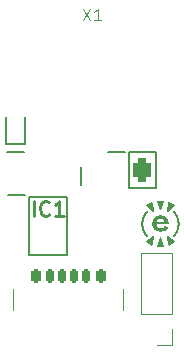
<source format=gto>
G04 #@! TF.GenerationSoftware,KiCad,Pcbnew,8.0.1*
G04 #@! TF.CreationDate,2024-12-14T14:03:44-06:00*
G04 #@! TF.ProjectId,SD_ProtoBoard,53445f50-726f-4746-9f42-6f6172642e6b,rev?*
G04 #@! TF.SameCoordinates,Original*
G04 #@! TF.FileFunction,Legend,Top*
G04 #@! TF.FilePolarity,Positive*
%FSLAX46Y46*%
G04 Gerber Fmt 4.6, Leading zero omitted, Abs format (unit mm)*
G04 Created by KiCad (PCBNEW 8.0.1) date 2024-12-14 14:03:44*
%MOMM*%
%LPD*%
G01*
G04 APERTURE LIST*
G04 Aperture macros list*
%AMRoundRect*
0 Rectangle with rounded corners*
0 $1 Rounding radius*
0 $2 $3 $4 $5 $6 $7 $8 $9 X,Y pos of 4 corners*
0 Add a 4 corners polygon primitive as box body*
4,1,4,$2,$3,$4,$5,$6,$7,$8,$9,$2,$3,0*
0 Add four circle primitives for the rounded corners*
1,1,$1+$1,$2,$3*
1,1,$1+$1,$4,$5*
1,1,$1+$1,$6,$7*
1,1,$1+$1,$8,$9*
0 Add four rect primitives between the rounded corners*
20,1,$1+$1,$2,$3,$4,$5,0*
20,1,$1+$1,$4,$5,$6,$7,0*
20,1,$1+$1,$6,$7,$8,$9,0*
20,1,$1+$1,$8,$9,$2,$3,0*%
G04 Aperture macros list end*
%ADD10C,0.000000*%
%ADD11C,0.100000*%
%ADD12C,0.254000*%
%ADD13C,0.200000*%
%ADD14C,0.120000*%
%ADD15R,1.400000X0.600000*%
%ADD16C,2.500000*%
%ADD17R,1.400000X0.300000*%
%ADD18RoundRect,0.375000X0.375000X-0.625000X0.375000X0.625000X-0.375000X0.625000X-0.375000X-0.625000X0*%
%ADD19R,0.750000X0.600000*%
%ADD20R,0.600000X0.620000*%
%ADD21RoundRect,0.175000X-0.175000X-0.425000X0.175000X-0.425000X0.175000X0.425000X-0.175000X0.425000X0*%
%ADD22RoundRect,0.190000X0.190000X0.410000X-0.190000X0.410000X-0.190000X-0.410000X0.190000X-0.410000X0*%
%ADD23RoundRect,0.200000X0.200000X0.400000X-0.200000X0.400000X-0.200000X-0.400000X0.200000X-0.400000X0*%
%ADD24RoundRect,0.175000X0.175000X0.425000X-0.175000X0.425000X-0.175000X-0.425000X0.175000X-0.425000X0*%
%ADD25RoundRect,0.190000X-0.190000X-0.410000X0.190000X-0.410000X0.190000X0.410000X-0.190000X0.410000X0*%
%ADD26RoundRect,0.200000X-0.200000X-0.400000X0.200000X-0.400000X0.200000X0.400000X-0.200000X0.400000X0*%
%ADD27O,1.100000X1.700000*%
%ADD28R,1.700000X1.700000*%
%ADD29O,1.700000X1.700000*%
%ADD30R,0.950000X0.950000*%
%ADD31R,1.150000X1.850000*%
%ADD32C,0.750000*%
%ADD33R,0.940000X0.750000*%
%ADD34R,0.750000X0.940000*%
%ADD35R,0.560000X0.620000*%
%ADD36R,1.500000X0.650000*%
%ADD37R,0.600000X0.750000*%
G04 APERTURE END LIST*
D10*
G36*
X144813485Y-109015944D02*
G01*
X144817267Y-109016784D01*
X144821046Y-109017624D01*
X144824408Y-109018883D01*
X144828190Y-109020143D01*
X144831549Y-109021826D01*
X144834911Y-109023925D01*
X144837850Y-109026027D01*
X144840792Y-109028126D01*
X144843734Y-109030645D01*
X144846253Y-109033588D01*
X144848776Y-109036110D01*
X144851295Y-109039049D01*
X144853394Y-109042411D01*
X144855077Y-109045770D01*
X144858436Y-109052494D01*
X144859698Y-109056273D01*
X144860538Y-109059635D01*
X144861378Y-109063417D01*
X144861798Y-109067199D01*
X144861798Y-109078542D01*
X144861378Y-109082320D01*
X144737862Y-109822988D01*
X144737442Y-109826767D01*
X144734923Y-109834331D01*
X144733664Y-109837690D01*
X144731981Y-109841052D01*
X144729882Y-109844414D01*
X144727779Y-109847773D01*
X144725260Y-109850715D01*
X144722738Y-109853657D01*
X144719799Y-109856177D01*
X144717276Y-109858696D01*
X144713917Y-109861218D01*
X144710975Y-109862897D01*
X144707616Y-109865000D01*
X144703834Y-109866679D01*
X144700472Y-109867939D01*
X144696694Y-109869198D01*
X144692912Y-109870041D01*
X144689130Y-109870881D01*
X144685348Y-109871301D01*
X144677787Y-109871301D01*
X144670223Y-109870461D01*
X144666445Y-109869621D01*
X144662662Y-109868358D01*
X144658881Y-109867099D01*
X144655522Y-109865419D01*
X144652160Y-109863737D01*
X144195493Y-109599905D01*
X144192131Y-109597806D01*
X144189192Y-109595703D01*
X144186250Y-109593184D01*
X144183308Y-109590662D01*
X144180789Y-109587723D01*
X144178266Y-109584780D01*
X144176167Y-109581841D01*
X144174068Y-109578479D01*
X144172385Y-109575117D01*
X144170705Y-109571338D01*
X144169446Y-109567976D01*
X144168186Y-109564194D01*
X144167343Y-109560416D01*
X144166504Y-109552852D01*
X144166504Y-109549070D01*
X144166924Y-109544871D01*
X144167763Y-109537307D01*
X144169026Y-109533948D01*
X144171545Y-109526384D01*
X144173228Y-109523023D01*
X144174907Y-109519664D01*
X144177006Y-109516301D01*
X144179529Y-109513363D01*
X144182048Y-109510420D01*
X144184570Y-109507901D01*
X144187509Y-109505379D01*
X144767272Y-109028126D01*
X144770214Y-109026027D01*
X144773573Y-109023925D01*
X144776935Y-109021826D01*
X144780294Y-109020143D01*
X144783656Y-109018883D01*
X144787438Y-109017624D01*
X144790797Y-109016784D01*
X144794579Y-109015944D01*
X144802142Y-109015104D01*
X144805921Y-109015104D01*
X144813485Y-109015944D01*
G37*
G36*
X144281195Y-106935109D02*
G01*
X144296319Y-106941830D01*
X144310181Y-106951913D01*
X144331187Y-106979223D01*
X144337071Y-106994768D01*
X144339591Y-107011572D01*
X144334969Y-107045600D01*
X144318165Y-107074589D01*
X144305983Y-107088874D01*
X144293797Y-107103156D01*
X144281615Y-107117860D01*
X144269852Y-107132565D01*
X144258086Y-107147690D01*
X144246744Y-107162814D01*
X144235401Y-107177936D01*
X144213556Y-107209025D01*
X144203053Y-107224569D01*
X144192550Y-107240533D01*
X144172384Y-107272462D01*
X144162721Y-107288849D01*
X144153058Y-107305233D01*
X144143817Y-107321617D01*
X144134574Y-107338002D01*
X144125751Y-107354806D01*
X144116930Y-107371610D01*
X144108527Y-107388417D01*
X144100123Y-107405641D01*
X144092143Y-107422865D01*
X144084579Y-107440092D01*
X144076598Y-107457315D01*
X144069454Y-107474959D01*
X144062313Y-107492186D01*
X144055592Y-107509830D01*
X144048871Y-107527894D01*
X144042147Y-107545540D01*
X144036266Y-107563604D01*
X144029965Y-107581671D01*
X144024503Y-107599314D01*
X144019042Y-107617798D01*
X144013581Y-107635865D01*
X144008539Y-107653928D01*
X144003918Y-107672415D01*
X143999296Y-107690898D01*
X143995094Y-107709385D01*
X143990895Y-107727869D01*
X143987114Y-107746355D01*
X143983751Y-107764839D01*
X143980392Y-107783325D01*
X143977030Y-107802232D01*
X143974508Y-107821135D01*
X143971569Y-107839622D01*
X143969467Y-107858525D01*
X143965268Y-107896338D01*
X143964005Y-107914822D01*
X143962326Y-107933728D01*
X143961486Y-107952631D01*
X143959807Y-107990444D01*
X143959387Y-108009768D01*
X143959387Y-108047577D01*
X143959807Y-108066484D01*
X143960646Y-108085390D01*
X143961486Y-108104294D01*
X143962326Y-108123200D01*
X143964005Y-108142107D01*
X143965268Y-108161010D01*
X143967367Y-108179916D01*
X143969467Y-108198400D01*
X143971569Y-108217306D01*
X143974508Y-108236210D01*
X143977030Y-108254696D01*
X143980392Y-108273603D01*
X143983751Y-108292087D01*
X143987114Y-108310573D01*
X143990895Y-108329476D01*
X143995094Y-108347963D01*
X143999296Y-108366446D01*
X144003918Y-108384513D01*
X144008539Y-108402997D01*
X144013581Y-108421063D01*
X144019042Y-108439547D01*
X144024503Y-108457614D01*
X144029965Y-108475677D01*
X144036266Y-108493744D01*
X144042147Y-108511388D01*
X144048871Y-108529451D01*
X144055592Y-108547098D01*
X144062313Y-108564742D01*
X144069454Y-108581966D01*
X144076598Y-108599613D01*
X144084579Y-108616837D01*
X144092143Y-108634060D01*
X144100123Y-108651288D01*
X144108527Y-108668511D01*
X144116930Y-108685315D01*
X144125751Y-108702119D01*
X144134574Y-108718926D01*
X144143817Y-108735311D01*
X144153058Y-108752115D01*
X144162721Y-108768499D01*
X144172384Y-108784463D01*
X144192550Y-108816392D01*
X144203053Y-108832356D01*
X144213556Y-108847900D01*
X144235401Y-108878989D01*
X144258086Y-108909238D01*
X144269852Y-108924363D01*
X144281615Y-108939068D01*
X144293797Y-108953769D01*
X144305983Y-108968054D01*
X144318165Y-108982339D01*
X144335389Y-109011748D01*
X144339171Y-109028132D01*
X144339591Y-109045356D01*
X144330767Y-109078544D01*
X144321947Y-109092829D01*
X144310181Y-109105012D01*
X144280355Y-109122239D01*
X144264391Y-109126017D01*
X144247164Y-109126437D01*
X144214395Y-109117617D01*
X144187508Y-109097031D01*
X144174486Y-109081906D01*
X144161881Y-109066782D01*
X144149279Y-109051237D01*
X144136673Y-109035693D01*
X144124491Y-109019729D01*
X144112309Y-109004185D01*
X144100123Y-108988220D01*
X144088781Y-108971836D01*
X144077018Y-108955452D01*
X144065675Y-108939068D01*
X144054753Y-108922680D01*
X144043830Y-108905877D01*
X144022824Y-108872268D01*
X144012321Y-108855044D01*
X144002238Y-108837817D01*
X143992575Y-108820594D01*
X143982912Y-108802950D01*
X143973249Y-108785303D01*
X143964005Y-108767659D01*
X143955185Y-108750015D01*
X143946361Y-108731949D01*
X143937958Y-108713885D01*
X143929557Y-108695818D01*
X143921574Y-108677755D01*
X143913593Y-108659268D01*
X143906029Y-108640785D01*
X143898469Y-108622298D01*
X143891328Y-108603814D01*
X143884604Y-108585328D01*
X143877883Y-108566421D01*
X143871162Y-108547518D01*
X143864858Y-108528611D01*
X143858976Y-108509708D01*
X143853095Y-108490382D01*
X143847634Y-108471475D01*
X143842172Y-108452152D01*
X143832089Y-108413499D01*
X143827467Y-108394176D01*
X143823269Y-108374850D01*
X143819067Y-108355104D01*
X143815285Y-108335777D01*
X143811503Y-108316034D01*
X143808144Y-108296288D01*
X143804782Y-108276962D01*
X143802263Y-108257216D01*
X143799321Y-108237472D01*
X143796802Y-108217306D01*
X143794699Y-108197560D01*
X143792600Y-108177814D01*
X143790917Y-108158071D01*
X143789658Y-108137905D01*
X143787139Y-108098412D01*
X143786719Y-108078246D01*
X143785876Y-108058503D01*
X143785876Y-107998425D01*
X143786719Y-107978679D01*
X143787139Y-107958936D01*
X143788398Y-107938770D01*
X143789658Y-107919024D01*
X143790917Y-107898857D01*
X143792600Y-107879111D01*
X143794699Y-107859368D01*
X143796802Y-107839622D01*
X143799321Y-107819876D01*
X143802263Y-107800129D01*
X143804782Y-107780383D01*
X143808144Y-107760640D01*
X143811503Y-107740894D01*
X143815285Y-107721148D01*
X143819067Y-107701821D01*
X143823269Y-107682078D01*
X143827467Y-107662752D01*
X143832089Y-107643425D01*
X143837131Y-107624102D01*
X143842172Y-107604776D01*
X143847634Y-107585450D01*
X143853095Y-107566546D01*
X143858976Y-107547220D01*
X143864858Y-107528313D01*
X143871162Y-107509410D01*
X143877883Y-107490504D01*
X143884604Y-107472020D01*
X143891328Y-107453114D01*
X143898469Y-107434630D01*
X143906029Y-107416144D01*
X143913593Y-107397657D01*
X143921574Y-107379174D01*
X143929557Y-107361107D01*
X143937958Y-107343043D01*
X143946361Y-107324979D01*
X143955185Y-107306913D01*
X143964005Y-107289269D01*
X143973249Y-107271622D01*
X143992575Y-107236335D01*
X144002238Y-107219108D01*
X144012321Y-107201884D01*
X144022824Y-107184660D01*
X144033327Y-107167856D01*
X144043830Y-107151049D01*
X144054753Y-107134245D01*
X144065675Y-107117860D01*
X144077018Y-107101476D01*
X144088781Y-107085092D01*
X144100123Y-107069128D01*
X144112309Y-107053164D01*
X144136673Y-107021235D01*
X144149279Y-107005691D01*
X144161881Y-106990566D01*
X144174486Y-106975022D01*
X144187508Y-106960317D01*
X144214395Y-106938891D01*
X144229940Y-106933430D01*
X144247164Y-106930908D01*
X144281195Y-106935109D01*
G37*
G36*
X145416768Y-109177269D02*
G01*
X145420130Y-109178109D01*
X145423912Y-109179369D01*
X145427691Y-109180212D01*
X145434415Y-109183570D01*
X145437774Y-109185250D01*
X145440716Y-109187352D01*
X145444075Y-109189872D01*
X145446597Y-109192394D01*
X145449536Y-109194913D01*
X145452059Y-109197855D01*
X145454158Y-109200794D01*
X145456260Y-109204156D01*
X145458360Y-109207099D01*
X145460039Y-109210877D01*
X145461302Y-109214240D01*
X145725134Y-109917094D01*
X145725974Y-109920876D01*
X145727233Y-109924658D01*
X145728076Y-109928437D01*
X145728496Y-109932219D01*
X145728496Y-109943561D01*
X145726817Y-109951125D01*
X145725974Y-109954904D01*
X145724714Y-109958686D01*
X145723035Y-109962048D01*
X145721352Y-109965407D01*
X145717153Y-109972131D01*
X145714631Y-109975070D01*
X145712109Y-109978012D01*
X145709590Y-109980531D01*
X145706651Y-109983054D01*
X145703289Y-109985153D01*
X145699927Y-109987256D01*
X145696567Y-109988935D01*
X145689844Y-109992294D01*
X145686065Y-109993137D01*
X145678501Y-109994816D01*
X145674719Y-109995236D01*
X145139911Y-109995236D01*
X145135712Y-109994816D01*
X145128148Y-109993137D01*
X145124789Y-109992294D01*
X145121007Y-109990614D01*
X145117645Y-109988935D01*
X145114286Y-109987256D01*
X145110924Y-109985153D01*
X145107982Y-109983054D01*
X145105043Y-109980531D01*
X145102101Y-109978012D01*
X145099582Y-109975070D01*
X145097059Y-109972131D01*
X145094960Y-109968769D01*
X145092857Y-109965407D01*
X145091178Y-109962048D01*
X145089499Y-109958686D01*
X145088239Y-109954904D01*
X145087396Y-109951125D01*
X145086556Y-109947343D01*
X145085716Y-109939780D01*
X145085716Y-109936001D01*
X145086556Y-109928437D01*
X145086976Y-109924658D01*
X145088239Y-109920876D01*
X145089499Y-109917094D01*
X145352911Y-109214240D01*
X145354590Y-109210877D01*
X145356273Y-109207099D01*
X145357952Y-109204156D01*
X145360052Y-109200794D01*
X145362574Y-109197855D01*
X145365093Y-109194913D01*
X145367615Y-109192394D01*
X145370554Y-109189872D01*
X145373497Y-109187352D01*
X145376436Y-109185250D01*
X145383160Y-109181891D01*
X145386939Y-109180212D01*
X145390301Y-109179369D01*
X145394083Y-109178109D01*
X145397864Y-109177269D01*
X145401643Y-109176850D01*
X145412986Y-109176850D01*
X145416768Y-109177269D01*
G37*
G36*
X146140631Y-106186041D02*
G01*
X146148195Y-106187721D01*
X146151974Y-106188560D01*
X146155336Y-106189823D01*
X146158698Y-106191502D01*
X146162477Y-106193602D01*
X146618723Y-106457017D01*
X146625447Y-106461216D01*
X146628386Y-106463738D01*
X146630908Y-106466257D01*
X146633428Y-106469200D01*
X146635950Y-106472142D01*
X146638469Y-106475501D01*
X146640152Y-106478443D01*
X146642251Y-106482222D01*
X146643511Y-106485584D01*
X146644773Y-106489366D01*
X146646033Y-106492725D01*
X146646873Y-106496506D01*
X146647713Y-106504070D01*
X146647713Y-106512051D01*
X146647293Y-106515833D01*
X146646453Y-106519615D01*
X146645613Y-106523394D01*
X146644350Y-106526756D01*
X146642671Y-106530538D01*
X146640991Y-106533896D01*
X146639309Y-106537259D01*
X146637210Y-106540621D01*
X146634687Y-106543560D01*
X146632168Y-106546502D01*
X146629649Y-106549441D01*
X146626707Y-106551963D01*
X146046945Y-107028796D01*
X146044006Y-107030895D01*
X146040643Y-107032997D01*
X146037285Y-107035097D01*
X146033923Y-107036776D01*
X146030560Y-107038039D01*
X146027201Y-107039299D01*
X146023419Y-107040558D01*
X146019638Y-107040978D01*
X146015856Y-107041818D01*
X146004513Y-107041818D01*
X146000734Y-107040978D01*
X145996952Y-107040558D01*
X145993591Y-107039299D01*
X145989812Y-107038039D01*
X145986450Y-107036776D01*
X145983087Y-107035097D01*
X145979729Y-107032997D01*
X145976366Y-107031315D01*
X145973424Y-107028796D01*
X145970485Y-107026273D01*
X145967963Y-107023754D01*
X145965444Y-107020812D01*
X145962921Y-107017873D01*
X145961242Y-107014511D01*
X145959142Y-107011149D01*
X145957460Y-107007790D01*
X145956200Y-107004428D01*
X145954941Y-107000646D01*
X145953681Y-106997287D01*
X145953261Y-106993505D01*
X145952418Y-106989723D01*
X145952418Y-106982162D01*
X145952838Y-106978381D01*
X145953261Y-106974599D01*
X146076354Y-106233934D01*
X146077193Y-106230152D01*
X146078034Y-106226373D01*
X146079296Y-106223011D01*
X146080975Y-106219229D01*
X146082655Y-106215870D01*
X146084338Y-106212508D01*
X146086437Y-106209566D01*
X146088956Y-106206207D01*
X146094418Y-106200746D01*
X146097360Y-106198223D01*
X146100302Y-106196124D01*
X146103661Y-106194022D01*
X146107023Y-106191922D01*
X146110382Y-106190243D01*
X146114164Y-106188980D01*
X146117526Y-106187721D01*
X146121308Y-106186881D01*
X146125086Y-106186041D01*
X146128869Y-106186041D01*
X146133070Y-106185621D01*
X146136852Y-106185621D01*
X146140631Y-106186041D01*
G37*
G36*
X144685344Y-106186039D02*
G01*
X144689126Y-106186039D01*
X144692908Y-106186882D01*
X144696690Y-106187722D01*
X144700469Y-106188982D01*
X144703831Y-106190241D01*
X144707613Y-106191924D01*
X144710972Y-106194023D01*
X144713914Y-106196122D01*
X144717276Y-106198225D01*
X144719795Y-106200744D01*
X144722734Y-106203686D01*
X144725257Y-106206205D01*
X144727779Y-106209567D01*
X144729878Y-106212506D01*
X144731977Y-106215869D01*
X144733660Y-106219231D01*
X144734920Y-106223009D01*
X144736179Y-106226372D01*
X144737439Y-106230153D01*
X144737859Y-106233935D01*
X144861374Y-106974600D01*
X144861794Y-106978382D01*
X144861794Y-106989725D01*
X144861374Y-106993506D01*
X144860535Y-106997285D01*
X144859695Y-107000647D01*
X144858432Y-107004429D01*
X144856753Y-107007788D01*
X144855073Y-107011150D01*
X144853391Y-107014512D01*
X144851291Y-107017871D01*
X144848772Y-107020813D01*
X144846250Y-107023752D01*
X144843731Y-107026275D01*
X144840788Y-107028794D01*
X144837849Y-107031316D01*
X144834907Y-107032996D01*
X144831545Y-107035098D01*
X144828186Y-107036778D01*
X144824404Y-107038037D01*
X144821042Y-107039297D01*
X144817263Y-107040560D01*
X144813481Y-107040979D01*
X144809700Y-107041819D01*
X144798357Y-107041819D01*
X144794575Y-107040979D01*
X144790796Y-107040560D01*
X144787434Y-107039297D01*
X144783652Y-107038037D01*
X144780293Y-107036778D01*
X144776931Y-107035098D01*
X144773569Y-107032996D01*
X144770210Y-107030896D01*
X144767268Y-107028794D01*
X144187506Y-106551962D01*
X144184567Y-106549442D01*
X144182045Y-106546500D01*
X144179525Y-106543561D01*
X144177003Y-106540619D01*
X144174904Y-106537260D01*
X144173224Y-106533898D01*
X144171541Y-106530536D01*
X144170282Y-106526757D01*
X144169022Y-106523395D01*
X144167763Y-106519613D01*
X144167340Y-106515831D01*
X144166920Y-106512052D01*
X144166500Y-106508270D01*
X144166500Y-106504069D01*
X144166920Y-106500287D01*
X144167340Y-106496508D01*
X144168183Y-106492726D01*
X144169442Y-106489364D01*
X144170702Y-106485585D01*
X144172381Y-106482223D01*
X144174064Y-106478441D01*
X144176163Y-106475502D01*
X144178266Y-106472140D01*
X144180785Y-106469201D01*
X144183307Y-106466259D01*
X144186246Y-106463740D01*
X144189189Y-106461217D01*
X144192128Y-106459118D01*
X144195490Y-106457016D01*
X144652156Y-106193603D01*
X144655518Y-106191501D01*
X144658877Y-106189821D01*
X144662659Y-106188562D01*
X144666441Y-106187722D01*
X144670219Y-106186882D01*
X144674001Y-106186039D01*
X144677783Y-106185619D01*
X144681562Y-106185619D01*
X144685344Y-106186039D01*
G37*
G36*
X145678501Y-106062103D02*
G01*
X145686065Y-106063782D01*
X145689844Y-106065045D01*
X145693206Y-106066304D01*
X145696567Y-106067984D01*
X145699927Y-106069667D01*
X145706651Y-106073865D01*
X145709590Y-106076387D01*
X145712109Y-106079326D01*
X145714631Y-106081849D01*
X145717153Y-106085208D01*
X145719253Y-106088150D01*
X145721352Y-106091512D01*
X145723035Y-106094871D01*
X145724714Y-106098653D01*
X145725974Y-106102015D01*
X145726817Y-106105794D01*
X145728496Y-106113358D01*
X145728496Y-106124700D01*
X145728076Y-106128902D01*
X145727233Y-106132684D01*
X145725974Y-106136043D01*
X145725134Y-106139825D01*
X145461302Y-106842680D01*
X145460039Y-106846462D01*
X145458360Y-106849820D01*
X145456260Y-106853182D01*
X145454158Y-106856125D01*
X145452059Y-106859064D01*
X145449536Y-106862006D01*
X145446597Y-106864525D01*
X145444075Y-106867048D01*
X145440716Y-106869567D01*
X145437774Y-106871669D01*
X145434415Y-106873349D01*
X145427691Y-106876707D01*
X145423912Y-106877970D01*
X145420130Y-106878810D01*
X145416768Y-106879650D01*
X145412986Y-106880070D01*
X145409207Y-106880489D01*
X145405425Y-106880489D01*
X145401643Y-106880070D01*
X145397864Y-106879650D01*
X145390301Y-106877970D01*
X145386939Y-106876707D01*
X145383160Y-106875028D01*
X145376436Y-106871669D01*
X145373497Y-106869567D01*
X145370554Y-106867048D01*
X145367615Y-106864525D01*
X145365093Y-106862006D01*
X145362574Y-106859064D01*
X145360052Y-106856125D01*
X145357952Y-106853182D01*
X145356273Y-106849820D01*
X145354590Y-106846462D01*
X145352911Y-106842680D01*
X145089499Y-106139825D01*
X145088239Y-106136043D01*
X145086976Y-106132684D01*
X145086556Y-106128902D01*
X145086136Y-106124700D01*
X145085716Y-106120918D01*
X145085716Y-106117140D01*
X145086556Y-106109576D01*
X145087396Y-106105794D01*
X145088239Y-106102015D01*
X145089499Y-106098653D01*
X145091178Y-106094871D01*
X145092857Y-106091512D01*
X145094960Y-106088150D01*
X145097059Y-106085208D01*
X145099582Y-106081849D01*
X145102101Y-106079326D01*
X145105043Y-106076387D01*
X145107982Y-106073865D01*
X145110924Y-106071766D01*
X145114286Y-106069667D01*
X145117645Y-106067984D01*
X145121007Y-106066304D01*
X145124789Y-106065045D01*
X145128148Y-106063782D01*
X145135712Y-106062103D01*
X145139911Y-106061683D01*
X145674719Y-106061683D01*
X145678501Y-106062103D01*
G37*
G36*
X146015854Y-109015524D02*
G01*
X146019635Y-109015944D01*
X146023417Y-109016784D01*
X146027196Y-109017624D01*
X146033920Y-109020143D01*
X146037279Y-109021826D01*
X146040641Y-109023925D01*
X146044003Y-109026027D01*
X146046942Y-109028127D01*
X146626704Y-109505379D01*
X146629647Y-109507898D01*
X146632166Y-109510420D01*
X146634685Y-109513363D01*
X146637207Y-109516302D01*
X146639307Y-109519664D01*
X146640986Y-109523023D01*
X146642669Y-109526385D01*
X146644348Y-109530167D01*
X146645608Y-109533949D01*
X146646451Y-109537308D01*
X146647290Y-109541089D01*
X146647710Y-109544871D01*
X146647710Y-109552852D01*
X146647290Y-109556634D01*
X146646871Y-109560413D01*
X146646028Y-109564195D01*
X146644768Y-109567977D01*
X146643508Y-109571339D01*
X146642249Y-109575117D01*
X146640150Y-109578479D01*
X146638467Y-109581842D01*
X146635948Y-109584781D01*
X146633426Y-109587723D01*
X146630906Y-109590662D01*
X146628384Y-109593184D01*
X146625445Y-109595703D01*
X146622083Y-109597806D01*
X146618721Y-109599905D01*
X146162474Y-109863737D01*
X146158695Y-109865420D01*
X146155333Y-109867099D01*
X146151971Y-109868359D01*
X146148193Y-109869622D01*
X146144411Y-109870462D01*
X146136847Y-109871301D01*
X146128866Y-109871301D01*
X146125084Y-109870881D01*
X146121302Y-109870042D01*
X146117524Y-109869198D01*
X146114161Y-109867939D01*
X146110380Y-109866679D01*
X146107021Y-109865000D01*
X146103659Y-109862898D01*
X146100297Y-109861218D01*
X146097358Y-109858696D01*
X146094415Y-109856177D01*
X146091476Y-109853657D01*
X146088954Y-109850715D01*
X146086435Y-109847773D01*
X146084332Y-109844414D01*
X146080974Y-109837690D01*
X146079291Y-109834331D01*
X146078031Y-109830549D01*
X146077191Y-109826767D01*
X146076352Y-109822989D01*
X145953256Y-109082321D01*
X145952836Y-109078542D01*
X145952416Y-109074760D01*
X145952416Y-109067196D01*
X145953256Y-109063417D01*
X145953676Y-109059635D01*
X145954938Y-109056273D01*
X145956198Y-109052495D01*
X145957458Y-109049132D01*
X145959140Y-109045770D01*
X145961240Y-109042412D01*
X145962919Y-109039049D01*
X145965441Y-109036107D01*
X145967961Y-109033588D01*
X145970483Y-109030646D01*
X145973422Y-109028127D01*
X145976364Y-109026027D01*
X145979723Y-109023925D01*
X145983085Y-109021826D01*
X145986447Y-109020143D01*
X145989806Y-109018883D01*
X145993588Y-109017624D01*
X145996950Y-109016784D01*
X146000729Y-109015944D01*
X146004511Y-109015524D01*
X146008293Y-109015101D01*
X146012075Y-109015101D01*
X146015854Y-109015524D01*
G37*
G36*
X145473906Y-107312370D02*
G01*
X145526420Y-107316152D01*
X145578515Y-107322873D01*
X145630187Y-107332956D01*
X145673461Y-107343879D01*
X145715892Y-107357324D01*
X145757064Y-107373708D01*
X145796973Y-107393031D01*
X145835626Y-107415300D01*
X145872173Y-107440507D01*
X145906624Y-107468654D01*
X145938553Y-107499743D01*
X145967542Y-107533351D01*
X145994009Y-107569061D01*
X146017114Y-107606871D01*
X146037281Y-107646783D01*
X146059126Y-107698878D01*
X146075933Y-107753072D01*
X146088536Y-107808109D01*
X146096939Y-107863982D01*
X146101557Y-107920279D01*
X146103240Y-107976995D01*
X146103240Y-107992539D01*
X146102400Y-108012285D01*
X146101138Y-108021526D01*
X146099038Y-108030769D01*
X146095676Y-108039173D01*
X146091055Y-108047153D01*
X146085173Y-108054297D01*
X146078452Y-108060598D01*
X146070892Y-108066060D01*
X146062488Y-108070261D01*
X146053665Y-108073621D01*
X146044425Y-108075723D01*
X146035181Y-108076563D01*
X145088657Y-108076563D01*
X145093279Y-108108491D01*
X145100000Y-108140000D01*
X145108403Y-108171089D01*
X145119326Y-108201338D01*
X145132348Y-108230744D01*
X145148316Y-108258894D01*
X145167219Y-108284941D01*
X145188225Y-108308466D01*
X145211753Y-108329472D01*
X145237800Y-108347539D01*
X145265527Y-108362664D01*
X145295357Y-108374846D01*
X145326022Y-108384089D01*
X145357531Y-108390390D01*
X145389460Y-108393752D01*
X145421811Y-108394592D01*
X145462980Y-108393332D01*
X145503732Y-108388711D01*
X145544064Y-108380727D01*
X145583553Y-108368964D01*
X145615905Y-108355519D01*
X145646571Y-108338716D01*
X145675560Y-108318969D01*
X145702447Y-108296284D01*
X145726815Y-108271496D01*
X145749081Y-108244609D01*
X145755802Y-108237048D01*
X145763785Y-108230324D01*
X145772609Y-108224863D01*
X145782269Y-108221084D01*
X145792352Y-108218562D01*
X145802435Y-108217722D01*
X145812518Y-108218562D01*
X145822601Y-108220664D01*
X146013336Y-108279900D01*
X146022576Y-108283682D01*
X146030979Y-108288723D01*
X146038540Y-108294604D01*
X146045264Y-108301745D01*
X146050726Y-108309726D01*
X146054927Y-108318549D01*
X146057866Y-108327793D01*
X146059546Y-108337456D01*
X146059546Y-108347119D01*
X146058706Y-108356779D01*
X146056187Y-108366022D01*
X146052405Y-108374846D01*
X146047363Y-108383249D01*
X146019637Y-108419377D01*
X145990228Y-108453827D01*
X145958299Y-108486176D01*
X145923851Y-108516005D01*
X145887721Y-108543312D01*
X145849908Y-108568520D01*
X145810419Y-108590785D01*
X145757904Y-108615153D01*
X145703707Y-108634899D01*
X145648253Y-108650440D01*
X145591537Y-108661786D01*
X145534401Y-108669767D01*
X145476845Y-108673969D01*
X145419289Y-108675648D01*
X145418449Y-108679010D01*
X145364675Y-108677751D01*
X145311321Y-108673549D01*
X145258383Y-108665988D01*
X145205869Y-108654642D01*
X145162178Y-108642460D01*
X145119326Y-108627755D01*
X145077315Y-108609691D01*
X145036982Y-108588686D01*
X144997913Y-108565158D01*
X144960523Y-108539110D01*
X144925233Y-108510544D01*
X144892464Y-108479035D01*
X144862215Y-108445004D01*
X144834068Y-108408874D01*
X144808861Y-108371064D01*
X144787015Y-108331155D01*
X144766009Y-108286201D01*
X144748363Y-108239568D01*
X144735340Y-108191675D01*
X144725257Y-108142942D01*
X144718117Y-108093786D01*
X144713915Y-108044214D01*
X144712652Y-107994639D01*
X144713915Y-107940865D01*
X144718536Y-107887091D01*
X144724357Y-107850120D01*
X145097061Y-107850120D01*
X145704927Y-107850120D01*
X145701608Y-107817772D01*
X145695307Y-107785420D01*
X145686063Y-107753912D01*
X145673041Y-107723666D01*
X145656654Y-107695096D01*
X145637331Y-107668629D01*
X145615905Y-107645944D01*
X145591957Y-107625778D01*
X145565909Y-107608554D01*
X145537763Y-107594689D01*
X145508354Y-107583766D01*
X145478104Y-107576202D01*
X145447016Y-107572004D01*
X145415507Y-107570741D01*
X145381479Y-107572004D01*
X145347448Y-107575782D01*
X145313840Y-107582926D01*
X145281491Y-107593849D01*
X145250402Y-107608554D01*
X145221413Y-107627037D01*
X145199148Y-107645524D01*
X145178981Y-107666110D01*
X145161338Y-107688795D01*
X145145794Y-107713163D01*
X145128989Y-107745511D01*
X145115544Y-107779539D01*
X145105041Y-107814410D01*
X145097061Y-107850120D01*
X144724357Y-107850120D01*
X144726937Y-107833736D01*
X144738699Y-107781222D01*
X144751725Y-107737528D01*
X144768109Y-107695096D01*
X144787435Y-107653504D01*
X144809701Y-107613595D01*
X144834908Y-107575782D01*
X144863055Y-107539655D01*
X144893724Y-107506044D01*
X144927332Y-107474955D01*
X144963042Y-107446388D01*
X145000852Y-107420761D01*
X145040345Y-107397653D01*
X145081097Y-107377487D01*
X145127310Y-107359003D01*
X145174783Y-107343459D01*
X145223096Y-107331276D01*
X145272248Y-107322453D01*
X145321824Y-107316152D01*
X145371396Y-107312370D01*
X145421391Y-107311110D01*
X145473906Y-107312370D01*
G37*
G36*
X146584273Y-106933430D02*
G01*
X146599817Y-106938891D01*
X146626704Y-106960317D01*
X146639726Y-106975022D01*
X146652751Y-106990566D01*
X146665354Y-107005691D01*
X146677959Y-107021235D01*
X146702324Y-107053164D01*
X146714086Y-107069128D01*
X146725852Y-107085092D01*
X146748537Y-107117860D01*
X146759460Y-107134245D01*
X146770382Y-107151049D01*
X146781305Y-107167856D01*
X146791808Y-107184660D01*
X146811974Y-107219108D01*
X146822058Y-107236335D01*
X146831721Y-107253978D01*
X146840964Y-107271622D01*
X146850207Y-107289269D01*
X146859027Y-107306913D01*
X146867851Y-107324979D01*
X146876251Y-107343043D01*
X146884655Y-107361107D01*
X146893058Y-107379174D01*
X146900619Y-107397657D01*
X146908183Y-107416144D01*
X146915744Y-107434630D01*
X146922885Y-107453114D01*
X146930028Y-107472020D01*
X146936749Y-107490504D01*
X146943051Y-107509410D01*
X146949355Y-107528313D01*
X146955656Y-107547220D01*
X146961117Y-107566546D01*
X146966999Y-107585450D01*
X146977082Y-107624102D01*
X146982123Y-107643425D01*
X146986745Y-107662752D01*
X146990944Y-107682078D01*
X146995145Y-107701821D01*
X146998927Y-107721148D01*
X147002709Y-107740894D01*
X147006068Y-107760640D01*
X147009430Y-107780383D01*
X147012372Y-107800129D01*
X147017411Y-107839622D01*
X147019513Y-107859368D01*
X147021612Y-107879111D01*
X147023295Y-107898857D01*
X147024975Y-107919024D01*
X147025814Y-107938770D01*
X147027074Y-107958936D01*
X147027914Y-107978679D01*
X147028336Y-107998425D01*
X147028336Y-108058503D01*
X147027914Y-108078246D01*
X147027074Y-108098412D01*
X147025814Y-108118159D01*
X147024975Y-108137905D01*
X147023295Y-108158071D01*
X147021612Y-108177814D01*
X147019513Y-108197560D01*
X147017411Y-108217306D01*
X147014892Y-108237472D01*
X147012372Y-108257216D01*
X147009430Y-108276962D01*
X147006068Y-108296288D01*
X147002709Y-108316034D01*
X146998927Y-108335777D01*
X146995145Y-108355104D01*
X146990944Y-108374850D01*
X146986745Y-108394176D01*
X146982123Y-108413499D01*
X146972040Y-108452152D01*
X146966999Y-108471475D01*
X146961117Y-108490382D01*
X146955656Y-108509708D01*
X146949355Y-108528611D01*
X146943051Y-108547518D01*
X146936749Y-108566421D01*
X146930028Y-108585328D01*
X146922885Y-108603814D01*
X146915744Y-108622298D01*
X146908183Y-108640785D01*
X146900619Y-108659268D01*
X146893058Y-108677755D01*
X146884655Y-108695818D01*
X146876251Y-108713885D01*
X146867851Y-108731949D01*
X146859027Y-108750015D01*
X146850207Y-108767659D01*
X146840964Y-108785303D01*
X146831721Y-108802950D01*
X146822058Y-108820594D01*
X146811974Y-108837817D01*
X146801891Y-108855044D01*
X146791808Y-108872268D01*
X146781305Y-108889072D01*
X146759460Y-108922680D01*
X146748537Y-108939068D01*
X146725852Y-108971836D01*
X146714086Y-108988220D01*
X146702324Y-109004185D01*
X146690141Y-109019729D01*
X146677959Y-109035693D01*
X146665354Y-109051237D01*
X146652751Y-109066782D01*
X146639726Y-109081906D01*
X146626704Y-109097031D01*
X146600237Y-109117617D01*
X146567046Y-109126437D01*
X146550241Y-109126017D01*
X146533857Y-109122239D01*
X146504448Y-109105012D01*
X146492685Y-109092829D01*
X146483442Y-109078544D01*
X146475042Y-109045356D01*
X146475042Y-109028132D01*
X146478824Y-109011748D01*
X146496047Y-108982339D01*
X146508650Y-108968054D01*
X146520835Y-108953769D01*
X146532598Y-108939068D01*
X146544780Y-108924363D01*
X146567465Y-108894114D01*
X146578811Y-108878989D01*
X146600657Y-108847900D01*
X146611160Y-108832356D01*
X146621663Y-108816392D01*
X146651911Y-108768499D01*
X146661155Y-108752115D01*
X146670815Y-108735311D01*
X146679639Y-108718926D01*
X146688881Y-108702119D01*
X146697282Y-108685315D01*
X146705686Y-108668511D01*
X146714086Y-108651288D01*
X146722070Y-108634060D01*
X146730054Y-108616837D01*
X146737614Y-108599613D01*
X146744758Y-108581966D01*
X146751899Y-108564742D01*
X146759040Y-108547098D01*
X146765764Y-108529451D01*
X146772065Y-108511388D01*
X146778366Y-108493744D01*
X146784248Y-108475677D01*
X146789709Y-108457614D01*
X146795590Y-108439547D01*
X146800632Y-108421063D01*
X146805673Y-108402997D01*
X146810295Y-108384513D01*
X146814917Y-108366446D01*
X146819115Y-108347963D01*
X146823317Y-108329476D01*
X146827099Y-108310573D01*
X146830881Y-108292087D01*
X146834240Y-108273603D01*
X146837182Y-108254696D01*
X146840121Y-108236210D01*
X146842643Y-108217306D01*
X146844742Y-108198400D01*
X146847265Y-108179916D01*
X146848944Y-108161010D01*
X146850624Y-108142107D01*
X146851887Y-108123200D01*
X146853146Y-108104294D01*
X146853986Y-108085390D01*
X146854825Y-108047577D01*
X146854825Y-108009768D01*
X146854406Y-107990444D01*
X146853986Y-107971538D01*
X146853146Y-107952631D01*
X146851887Y-107933728D01*
X146850624Y-107914822D01*
X146848944Y-107896338D01*
X146847265Y-107877432D01*
X146844742Y-107858525D01*
X146842643Y-107839622D01*
X146840121Y-107821135D01*
X146837182Y-107802232D01*
X146834240Y-107783325D01*
X146830881Y-107764839D01*
X146827099Y-107746355D01*
X146823317Y-107727869D01*
X146819115Y-107709385D01*
X146814917Y-107690898D01*
X146810295Y-107672415D01*
X146805673Y-107653928D01*
X146800632Y-107635865D01*
X146795590Y-107617798D01*
X146789709Y-107599314D01*
X146784248Y-107581671D01*
X146778366Y-107563604D01*
X146772065Y-107545540D01*
X146765764Y-107527894D01*
X146759040Y-107509830D01*
X146751899Y-107492186D01*
X146744758Y-107474959D01*
X146737614Y-107457315D01*
X146730054Y-107440092D01*
X146722070Y-107422865D01*
X146714086Y-107405641D01*
X146705686Y-107388417D01*
X146697282Y-107371610D01*
X146688881Y-107354806D01*
X146679639Y-107338002D01*
X146670815Y-107321617D01*
X146661155Y-107305233D01*
X146651911Y-107288849D01*
X146641829Y-107272462D01*
X146621663Y-107240533D01*
X146611160Y-107224569D01*
X146600657Y-107209025D01*
X146578811Y-107177936D01*
X146567465Y-107162814D01*
X146544780Y-107132565D01*
X146532598Y-107117860D01*
X146520835Y-107103156D01*
X146508650Y-107088874D01*
X146496047Y-107074589D01*
X146479244Y-107045600D01*
X146475042Y-107011572D01*
X146477561Y-106994768D01*
X146483022Y-106979223D01*
X146504448Y-106951913D01*
X146517893Y-106941830D01*
X146533018Y-106935109D01*
X146567046Y-106930908D01*
X146584273Y-106933430D01*
G37*
D11*
X138810476Y-89807419D02*
X139477142Y-90807419D01*
X139477142Y-89807419D02*
X138810476Y-90807419D01*
X140381904Y-90807419D02*
X139810476Y-90807419D01*
X140096190Y-90807419D02*
X140096190Y-89807419D01*
X140096190Y-89807419D02*
X140000952Y-89950276D01*
X140000952Y-89950276D02*
X139905714Y-90045514D01*
X139905714Y-90045514D02*
X139810476Y-90093133D01*
D12*
X134660237Y-107344318D02*
X134660237Y-106074318D01*
X135990714Y-107223365D02*
X135930238Y-107283842D01*
X135930238Y-107283842D02*
X135748809Y-107344318D01*
X135748809Y-107344318D02*
X135627857Y-107344318D01*
X135627857Y-107344318D02*
X135446428Y-107283842D01*
X135446428Y-107283842D02*
X135325476Y-107162889D01*
X135325476Y-107162889D02*
X135264999Y-107041937D01*
X135264999Y-107041937D02*
X135204523Y-106800032D01*
X135204523Y-106800032D02*
X135204523Y-106618603D01*
X135204523Y-106618603D02*
X135264999Y-106376699D01*
X135264999Y-106376699D02*
X135325476Y-106255746D01*
X135325476Y-106255746D02*
X135446428Y-106134794D01*
X135446428Y-106134794D02*
X135627857Y-106074318D01*
X135627857Y-106074318D02*
X135748809Y-106074318D01*
X135748809Y-106074318D02*
X135930238Y-106134794D01*
X135930238Y-106134794D02*
X135990714Y-106195270D01*
X137200238Y-107344318D02*
X136474523Y-107344318D01*
X136837380Y-107344318D02*
X136837380Y-106074318D01*
X136837380Y-106074318D02*
X136716428Y-106255746D01*
X136716428Y-106255746D02*
X136595476Y-106376699D01*
X136595476Y-106376699D02*
X136474523Y-106437175D01*
D13*
G04 #@! TO.C,IC3*
X132450000Y-101920000D02*
X133850000Y-101920000D01*
G04 #@! TO.C,IC2*
X140980000Y-101970000D02*
X142380000Y-101970000D01*
X142730000Y-101970000D02*
X145030000Y-101970000D01*
X142730000Y-104970000D02*
X142730000Y-101970000D01*
X145030000Y-101970000D02*
X145030000Y-104970000D01*
X145030000Y-104970000D02*
X142730000Y-104970000D01*
D14*
G04 #@! TO.C,J3*
X132920000Y-115280000D02*
X132920000Y-113580000D01*
X142260000Y-115280000D02*
X142260000Y-113580000D01*
G04 #@! TO.C,J1*
X146410000Y-118270000D02*
X145080000Y-118270000D01*
X146410000Y-116940000D02*
X146410000Y-118270000D01*
X146410000Y-115670000D02*
X146410000Y-110530000D01*
X146410000Y-115670000D02*
X143750000Y-115670000D01*
X146410000Y-110530000D02*
X143750000Y-110530000D01*
X143750000Y-115670000D02*
X143750000Y-110530000D01*
D13*
G04 #@! TO.C,LED1*
X132295000Y-98960000D02*
X132295000Y-101285000D01*
X132295000Y-101285000D02*
X133945000Y-101285000D01*
X133945000Y-101285000D02*
X133945000Y-98960000D01*
G04 #@! TO.C,L1*
X138680000Y-103245000D02*
X138680000Y-104695000D01*
G04 #@! TO.C,IC1*
X137520000Y-110655000D02*
X134320000Y-110655000D01*
X137520000Y-105755000D02*
X137520000Y-110655000D01*
X134320000Y-110655000D02*
X134320000Y-105755000D01*
X134320000Y-105755000D02*
X137520000Y-105755000D01*
X132470000Y-105625000D02*
X133970000Y-105625000D01*
G04 #@! TD*
%LPC*%
D15*
G04 #@! TO.C,IC3*
X133150000Y-102470000D03*
X133150000Y-103420000D03*
X133150000Y-104370000D03*
X135650000Y-104370000D03*
X135650000Y-102470000D03*
G04 #@! TD*
D16*
G04 #@! TO.C,X1*
X135870000Y-93350000D03*
X143370000Y-93350000D03*
G04 #@! TD*
D17*
G04 #@! TO.C,IC2*
X141680000Y-102470000D03*
X141680000Y-102970000D03*
X141680000Y-103470000D03*
X141680000Y-103970000D03*
X141680000Y-104470000D03*
X146080000Y-104470000D03*
X146080000Y-103970000D03*
X146080000Y-103470000D03*
X146080000Y-102970000D03*
X146080000Y-102470000D03*
D18*
X143880000Y-103470000D03*
G04 #@! TD*
D19*
G04 #@! TO.C,R3*
X140480000Y-108930000D03*
X141580000Y-108930000D03*
G04 #@! TD*
D20*
G04 #@! TO.C,C4*
X145690000Y-99470000D03*
X144770000Y-99470000D03*
G04 #@! TD*
G04 #@! TO.C,C2*
X142980000Y-106070000D03*
X142060000Y-106070000D03*
G04 #@! TD*
D21*
G04 #@! TO.C,J3*
X137090000Y-112450000D03*
D22*
X139110000Y-112450000D03*
D23*
X140340000Y-112450000D03*
D24*
X138090000Y-112450000D03*
D25*
X136070000Y-112450000D03*
D26*
X134840000Y-112450000D03*
D27*
X133270000Y-112530000D03*
X133270000Y-116330000D03*
X141910000Y-112530000D03*
X141910000Y-116330000D03*
G04 #@! TD*
D28*
G04 #@! TO.C,J1*
X145080000Y-116940000D03*
D29*
X145080000Y-114400000D03*
X145080000Y-111860000D03*
G04 #@! TD*
D30*
G04 #@! TO.C,LED1*
X133120000Y-100460000D03*
X133120000Y-98960000D03*
G04 #@! TD*
D31*
G04 #@! TO.C,L1*
X137780000Y-103970000D03*
X139580000Y-103970000D03*
G04 #@! TD*
D32*
G04 #@! TO.C,S1*
X146495000Y-98300000D03*
X143745000Y-98300000D03*
G04 #@! TD*
D33*
G04 #@! TO.C,C6*
X140560000Y-107550000D03*
X140560000Y-106150000D03*
G04 #@! TD*
D20*
G04 #@! TO.C,C5*
X142130000Y-100925000D03*
X143050000Y-100925000D03*
G04 #@! TD*
D34*
G04 #@! TO.C,C7*
X143280000Y-107480000D03*
X141880000Y-107480000D03*
G04 #@! TD*
D19*
G04 #@! TO.C,R1*
X140480000Y-110270000D03*
X141580000Y-110270000D03*
G04 #@! TD*
G04 #@! TO.C,R2*
X134860000Y-100790000D03*
X135960000Y-100790000D03*
G04 #@! TD*
D35*
G04 #@! TO.C,C1*
X138920000Y-101970000D03*
X139880000Y-101970000D03*
G04 #@! TD*
D34*
G04 #@! TO.C,C3*
X146230000Y-100770000D03*
X144830000Y-100770000D03*
G04 #@! TD*
D36*
G04 #@! TO.C,IC1*
X138620000Y-106300000D03*
X138620000Y-107570000D03*
X138620000Y-108840000D03*
X138620000Y-110110000D03*
X133220000Y-110110000D03*
X133220000Y-108840000D03*
X133220000Y-107570000D03*
X133220000Y-106300000D03*
G04 #@! TD*
D37*
G04 #@! TO.C,R4*
X137390000Y-102070000D03*
X137390000Y-100970000D03*
G04 #@! TD*
%LPD*%
M02*

</source>
